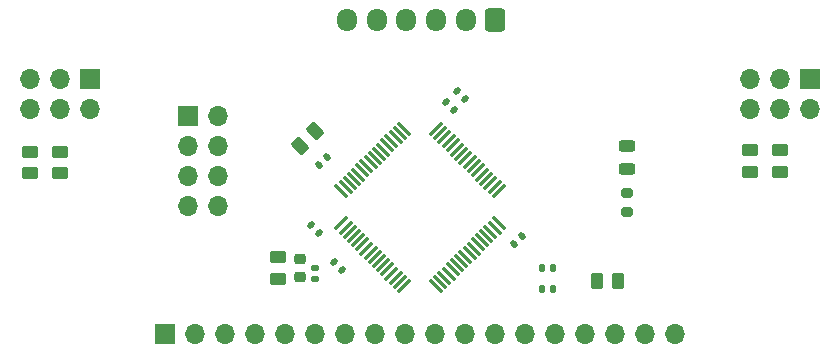
<source format=gbr>
%TF.GenerationSoftware,KiCad,Pcbnew,7.0.9*%
%TF.CreationDate,2024-06-25T21:03:02+09:00*%
%TF.ProjectId,04-line_sub,30342d6c-696e-4655-9f73-75622e6b6963,rev?*%
%TF.SameCoordinates,Original*%
%TF.FileFunction,Soldermask,Top*%
%TF.FilePolarity,Negative*%
%FSLAX46Y46*%
G04 Gerber Fmt 4.6, Leading zero omitted, Abs format (unit mm)*
G04 Created by KiCad (PCBNEW 7.0.9) date 2024-06-25 21:03:02*
%MOMM*%
%LPD*%
G01*
G04 APERTURE LIST*
G04 Aperture macros list*
%AMRoundRect*
0 Rectangle with rounded corners*
0 $1 Rounding radius*
0 $2 $3 $4 $5 $6 $7 $8 $9 X,Y pos of 4 corners*
0 Add a 4 corners polygon primitive as box body*
4,1,4,$2,$3,$4,$5,$6,$7,$8,$9,$2,$3,0*
0 Add four circle primitives for the rounded corners*
1,1,$1+$1,$2,$3*
1,1,$1+$1,$4,$5*
1,1,$1+$1,$6,$7*
1,1,$1+$1,$8,$9*
0 Add four rect primitives between the rounded corners*
20,1,$1+$1,$2,$3,$4,$5,0*
20,1,$1+$1,$4,$5,$6,$7,0*
20,1,$1+$1,$6,$7,$8,$9,0*
20,1,$1+$1,$8,$9,$2,$3,0*%
G04 Aperture macros list end*
%ADD10R,1.700000X1.700000*%
%ADD11O,1.700000X1.700000*%
%ADD12RoundRect,0.140000X-0.021213X0.219203X-0.219203X0.021213X0.021213X-0.219203X0.219203X-0.021213X0*%
%ADD13RoundRect,0.250000X-0.262500X-0.450000X0.262500X-0.450000X0.262500X0.450000X-0.262500X0.450000X0*%
%ADD14O,1.700000X1.950000*%
%ADD15RoundRect,0.250000X0.600000X0.725000X-0.600000X0.725000X-0.600000X-0.725000X0.600000X-0.725000X0*%
%ADD16RoundRect,0.075000X-0.441942X-0.548008X0.548008X0.441942X0.441942X0.548008X-0.548008X-0.441942X0*%
%ADD17RoundRect,0.075000X0.441942X-0.548008X0.548008X-0.441942X-0.441942X0.548008X-0.548008X0.441942X0*%
%ADD18RoundRect,0.250000X-0.450000X0.262500X-0.450000X-0.262500X0.450000X-0.262500X0.450000X0.262500X0*%
%ADD19RoundRect,0.225000X-0.250000X0.225000X-0.250000X-0.225000X0.250000X-0.225000X0.250000X0.225000X0*%
%ADD20RoundRect,0.140000X-0.170000X0.140000X-0.170000X-0.140000X0.170000X-0.140000X0.170000X0.140000X0*%
%ADD21RoundRect,0.140000X0.219203X0.021213X0.021213X0.219203X-0.219203X-0.021213X-0.021213X-0.219203X0*%
%ADD22RoundRect,0.140000X-0.219203X-0.021213X-0.021213X-0.219203X0.219203X0.021213X0.021213X0.219203X0*%
%ADD23RoundRect,0.200000X0.275000X-0.200000X0.275000X0.200000X-0.275000X0.200000X-0.275000X-0.200000X0*%
%ADD24RoundRect,0.250000X-0.132583X0.503814X-0.503814X0.132583X0.132583X-0.503814X0.503814X-0.132583X0*%
%ADD25RoundRect,0.243750X0.456250X-0.243750X0.456250X0.243750X-0.456250X0.243750X-0.456250X-0.243750X0*%
%ADD26RoundRect,0.140000X0.021213X-0.219203X0.219203X-0.021213X-0.021213X0.219203X-0.219203X0.021213X0*%
%ADD27RoundRect,0.140000X0.140000X0.170000X-0.140000X0.170000X-0.140000X-0.170000X0.140000X-0.170000X0*%
%ADD28RoundRect,0.140000X-0.140000X-0.170000X0.140000X-0.170000X0.140000X0.170000X-0.140000X0.170000X0*%
G04 APERTURE END LIST*
D10*
%TO.C,J4*%
X80010000Y-109220000D03*
D11*
X82550000Y-109220000D03*
X85090000Y-109220000D03*
X87630000Y-109220000D03*
X90170000Y-109220000D03*
X92710000Y-109220000D03*
X95250000Y-109220000D03*
X97790000Y-109220000D03*
X100330000Y-109220000D03*
X102870000Y-109220000D03*
X105410000Y-109220000D03*
X107950000Y-109220000D03*
X110490000Y-109220000D03*
X113030000Y-109220000D03*
X115570000Y-109220000D03*
X118110000Y-109220000D03*
X120650000Y-109220000D03*
X123190000Y-109220000D03*
%TD*%
D12*
%TO.C,C8*%
X93684411Y-94275589D03*
X93005589Y-94954411D03*
%TD*%
D10*
%TO.C,J3*%
X134620000Y-87630000D03*
D11*
X134620000Y-90170000D03*
X132080000Y-87630000D03*
X132080000Y-90170000D03*
X129540000Y-87630000D03*
X129540000Y-90170000D03*
%TD*%
D13*
%TO.C,R2*%
X116562500Y-104775000D03*
X118387500Y-104775000D03*
%TD*%
D14*
%TO.C,J1*%
X95450000Y-82677000D03*
X97950000Y-82677000D03*
X100450000Y-82677000D03*
X102950000Y-82677000D03*
X105450000Y-82677000D03*
D15*
X107950000Y-82677000D03*
%TD*%
D10*
%TO.C,J2*%
X81915000Y-90805000D03*
D11*
X84455000Y-90805000D03*
X81915000Y-93345000D03*
X84455000Y-93345000D03*
X81915000Y-95885000D03*
X84455000Y-95885000D03*
X81915000Y-98425000D03*
X84455000Y-98425000D03*
%TD*%
D16*
%TO.C,U1*%
X94935519Y-99897360D03*
X95289072Y-100250913D03*
X95642625Y-100604466D03*
X95996179Y-100958020D03*
X96349732Y-101311573D03*
X96703286Y-101665127D03*
X97056839Y-102018680D03*
X97410392Y-102372233D03*
X97763946Y-102725787D03*
X98117499Y-103079340D03*
X98471052Y-103432893D03*
X98824606Y-103786447D03*
X99178159Y-104140000D03*
X99531713Y-104493554D03*
X99885266Y-104847107D03*
X100238819Y-105200660D03*
D17*
X102961181Y-105200660D03*
X103314734Y-104847107D03*
X103668287Y-104493554D03*
X104021841Y-104140000D03*
X104375394Y-103786447D03*
X104728948Y-103432893D03*
X105082501Y-103079340D03*
X105436054Y-102725787D03*
X105789608Y-102372233D03*
X106143161Y-102018680D03*
X106496714Y-101665127D03*
X106850268Y-101311573D03*
X107203821Y-100958020D03*
X107557375Y-100604466D03*
X107910928Y-100250913D03*
X108264481Y-99897360D03*
D16*
X108264481Y-97174998D03*
X107910928Y-96821445D03*
X107557375Y-96467892D03*
X107203821Y-96114338D03*
X106850268Y-95760785D03*
X106496714Y-95407231D03*
X106143161Y-95053678D03*
X105789608Y-94700125D03*
X105436054Y-94346571D03*
X105082501Y-93993018D03*
X104728948Y-93639465D03*
X104375394Y-93285911D03*
X104021841Y-92932358D03*
X103668287Y-92578804D03*
X103314734Y-92225251D03*
X102961181Y-91871698D03*
D17*
X100238819Y-91871698D03*
X99885266Y-92225251D03*
X99531713Y-92578804D03*
X99178159Y-92932358D03*
X98824606Y-93285911D03*
X98471052Y-93639465D03*
X98117499Y-93993018D03*
X97763946Y-94346571D03*
X97410392Y-94700125D03*
X97056839Y-95053678D03*
X96703286Y-95407231D03*
X96349732Y-95760785D03*
X95996179Y-96114338D03*
X95642625Y-96467892D03*
X95289072Y-96821445D03*
X94935519Y-97174998D03*
%TD*%
D18*
%TO.C,R5*%
X132080000Y-93679000D03*
X132080000Y-95504000D03*
%TD*%
D19*
%TO.C,C10*%
X91440000Y-102885000D03*
X91440000Y-104435000D03*
%TD*%
D20*
%TO.C,C9*%
X92710000Y-103660000D03*
X92710000Y-104620000D03*
%TD*%
D10*
%TO.C,J5*%
X73660000Y-87630000D03*
D11*
X73660000Y-90170000D03*
X71120000Y-87630000D03*
X71120000Y-90170000D03*
X68580000Y-87630000D03*
X68580000Y-90170000D03*
%TD*%
D21*
%TO.C,C7*%
X105368411Y-89366411D03*
X104689589Y-88687589D03*
%TD*%
D18*
%TO.C,R4*%
X129540000Y-93679000D03*
X129540000Y-95504000D03*
%TD*%
%TO.C,R7*%
X71120000Y-93829500D03*
X71120000Y-95654500D03*
%TD*%
D22*
%TO.C,C1*%
X94275589Y-103165589D03*
X94954411Y-103844411D03*
%TD*%
D23*
%TO.C,R3*%
X119126000Y-98947500D03*
X119126000Y-97297500D03*
%TD*%
D22*
%TO.C,C3*%
X92370589Y-99990589D03*
X93049411Y-100669411D03*
%TD*%
D24*
%TO.C,R1*%
X92720235Y-92064765D03*
X91429765Y-93355235D03*
%TD*%
D18*
%TO.C,R6*%
X68580000Y-93829500D03*
X68580000Y-95654500D03*
%TD*%
D25*
%TO.C,D1*%
X119126000Y-95250000D03*
X119126000Y-93375000D03*
%TD*%
D22*
%TO.C,C6*%
X103800589Y-89576589D03*
X104479411Y-90255411D03*
%TD*%
D26*
%TO.C,C5*%
X109515589Y-101600000D03*
X110194411Y-100921178D03*
%TD*%
D27*
%TO.C,C4*%
X112875000Y-105410000D03*
X111915000Y-105410000D03*
%TD*%
D28*
%TO.C,C2*%
X111915000Y-103632000D03*
X112875000Y-103632000D03*
%TD*%
D18*
%TO.C,FB1*%
X89535000Y-102747500D03*
X89535000Y-104572500D03*
%TD*%
M02*

</source>
